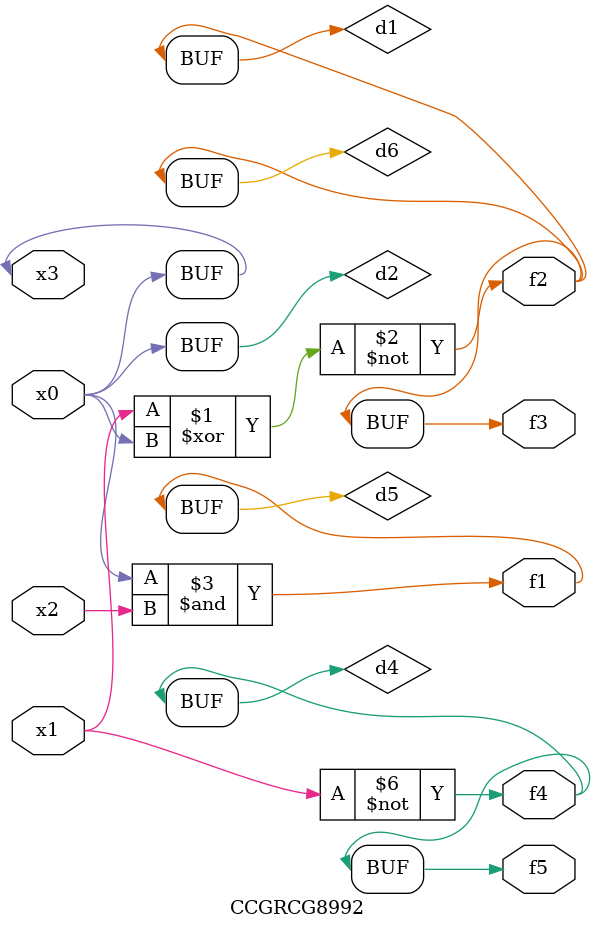
<source format=v>
module CCGRCG8992(
	input x0, x1, x2, x3,
	output f1, f2, f3, f4, f5
);

	wire d1, d2, d3, d4, d5, d6;

	xnor (d1, x1, x3);
	buf (d2, x0, x3);
	nand (d3, x0, x2);
	not (d4, x1);
	nand (d5, d3);
	or (d6, d1);
	assign f1 = d5;
	assign f2 = d6;
	assign f3 = d6;
	assign f4 = d4;
	assign f5 = d4;
endmodule

</source>
